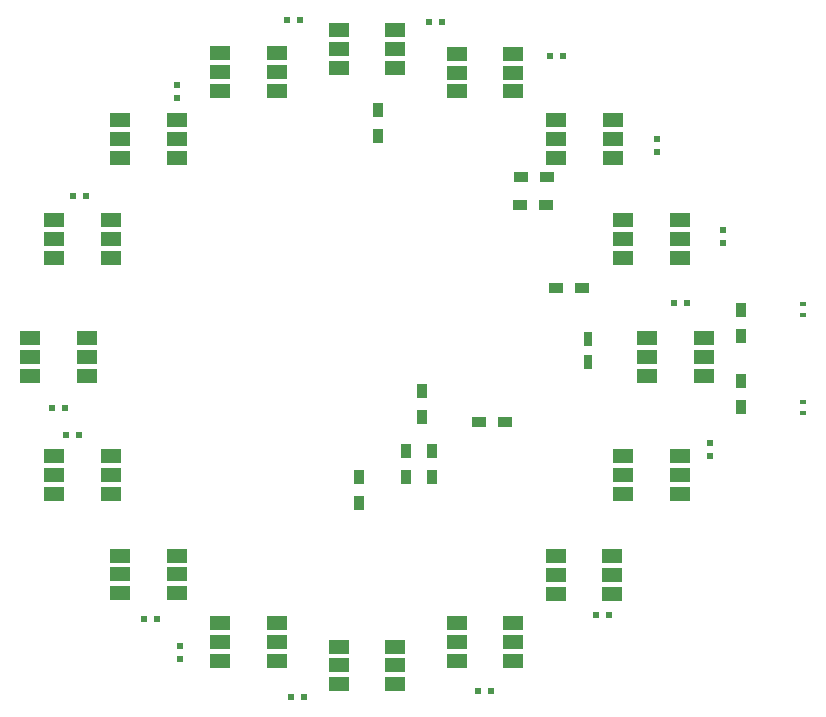
<source format=gbr>
G04 #@! TF.FileFunction,Paste,Bot*
%FSLAX46Y46*%
G04 Gerber Fmt 4.6, Leading zero omitted, Abs format (unit mm)*
G04 Created by KiCad (PCBNEW 4.0.6) date 04/30/18 08:06:27*
%MOMM*%
%LPD*%
G01*
G04 APERTURE LIST*
%ADD10C,0.100000*%
%ADD11R,0.750000X1.200000*%
%ADD12R,0.600000X0.500000*%
%ADD13R,0.500000X0.600000*%
%ADD14R,0.900000X1.200000*%
%ADD15R,1.200000X0.900000*%
%ADD16R,1.800000X1.200000*%
%ADD17R,0.600000X0.400000*%
G04 APERTURE END LIST*
D10*
D11*
X106807000Y-63883500D03*
X106807000Y-65783500D03*
D12*
X93303000Y-37020500D03*
X94403000Y-37020500D03*
X115167500Y-60833000D03*
X114067500Y-60833000D03*
X82719000Y-94170500D03*
X81619000Y-94170500D03*
X103526500Y-39941500D03*
X104626500Y-39941500D03*
D13*
X117094000Y-73765500D03*
X117094000Y-72665500D03*
X72263000Y-90974000D03*
X72263000Y-89874000D03*
X112585500Y-46948000D03*
X112585500Y-48048000D03*
D12*
X107463500Y-87249000D03*
X108563500Y-87249000D03*
X69173000Y-87566500D03*
X70273000Y-87566500D03*
D13*
X118237000Y-54631500D03*
X118237000Y-55731500D03*
D12*
X97430500Y-93662500D03*
X98530500Y-93662500D03*
X63669000Y-72009000D03*
X62569000Y-72009000D03*
D14*
X93535500Y-75522000D03*
X93535500Y-73322000D03*
X92710000Y-68242000D03*
X92710000Y-70442000D03*
X89027000Y-46693000D03*
X89027000Y-44493000D03*
X87376000Y-77744500D03*
X87376000Y-75544500D03*
X91376500Y-75522000D03*
X91376500Y-73322000D03*
D15*
X101008000Y-52514500D03*
X103208000Y-52514500D03*
X101071500Y-50165000D03*
X103271500Y-50165000D03*
X97579000Y-70929500D03*
X99779000Y-70929500D03*
X104056000Y-59563000D03*
X106256000Y-59563000D03*
D14*
X119761000Y-67416500D03*
X119761000Y-69616500D03*
X119761000Y-61447500D03*
X119761000Y-63647500D03*
D16*
X85651000Y-37700000D03*
X90451000Y-37700000D03*
X90451000Y-39300000D03*
X85651000Y-39300000D03*
X85651000Y-40900000D03*
X90451000Y-40900000D03*
X111751000Y-63800000D03*
X116551000Y-63800000D03*
X116551000Y-65400000D03*
X111751000Y-65400000D03*
X111751000Y-67000000D03*
X116551000Y-67000000D03*
X90451000Y-93100000D03*
X85651000Y-93100000D03*
X85651000Y-91500000D03*
X90451000Y-91500000D03*
X90451000Y-89900000D03*
X85651000Y-89900000D03*
X95651000Y-39700000D03*
X100451000Y-39700000D03*
X100451000Y-41300000D03*
X95651000Y-41300000D03*
X95651000Y-42900000D03*
X100451000Y-42900000D03*
X109751000Y-73800000D03*
X114551000Y-73800000D03*
X114551000Y-75400000D03*
X109751000Y-75400000D03*
X109751000Y-77000000D03*
X114551000Y-77000000D03*
X80451000Y-91100000D03*
X75651000Y-91100000D03*
X75651000Y-89500000D03*
X80451000Y-89500000D03*
X80451000Y-87900000D03*
X75651000Y-87900000D03*
X104051000Y-45300000D03*
X108851000Y-45300000D03*
X108851000Y-46900000D03*
X104051000Y-46900000D03*
X104051000Y-48500000D03*
X108851000Y-48500000D03*
X108826000Y-85420000D03*
X104026000Y-85420000D03*
X104026000Y-83820000D03*
X108826000Y-83820000D03*
X108826000Y-82220000D03*
X104026000Y-82220000D03*
X71951000Y-85400000D03*
X67151000Y-85400000D03*
X67151000Y-83800000D03*
X71951000Y-83800000D03*
X71951000Y-82200000D03*
X67151000Y-82200000D03*
X109751000Y-53800000D03*
X114551000Y-53800000D03*
X114551000Y-55400000D03*
X109751000Y-55400000D03*
X109751000Y-57000000D03*
X114551000Y-57000000D03*
X100451000Y-91100000D03*
X95651000Y-91100000D03*
X95651000Y-89500000D03*
X100451000Y-89500000D03*
X100451000Y-87900000D03*
X95651000Y-87900000D03*
X61544500Y-73774500D03*
X66344500Y-73774500D03*
X66344500Y-75374500D03*
X61544500Y-75374500D03*
X61544500Y-76974500D03*
X66344500Y-76974500D03*
D17*
X124968000Y-60891000D03*
X124968000Y-61791000D03*
X124968000Y-69209500D03*
X124968000Y-70109500D03*
D12*
X61426000Y-69723000D03*
X62526000Y-69723000D03*
X64240500Y-51752500D03*
X63140500Y-51752500D03*
D13*
X71945500Y-43476000D03*
X71945500Y-42376000D03*
D12*
X81301500Y-36830000D03*
X82401500Y-36830000D03*
D16*
X64351000Y-67000000D03*
X59551000Y-67000000D03*
X59551000Y-65400000D03*
X64351000Y-65400000D03*
X64351000Y-63800000D03*
X59551000Y-63800000D03*
X61544500Y-53772000D03*
X66344500Y-53772000D03*
X66344500Y-55372000D03*
X61544500Y-55372000D03*
X61544500Y-56972000D03*
X66344500Y-56972000D03*
X67132500Y-45326500D03*
X71932500Y-45326500D03*
X71932500Y-46926500D03*
X67132500Y-46926500D03*
X67132500Y-48526500D03*
X71932500Y-48526500D03*
X75641500Y-39675000D03*
X80441500Y-39675000D03*
X80441500Y-41275000D03*
X75641500Y-41275000D03*
X75641500Y-42875000D03*
X80441500Y-42875000D03*
M02*

</source>
